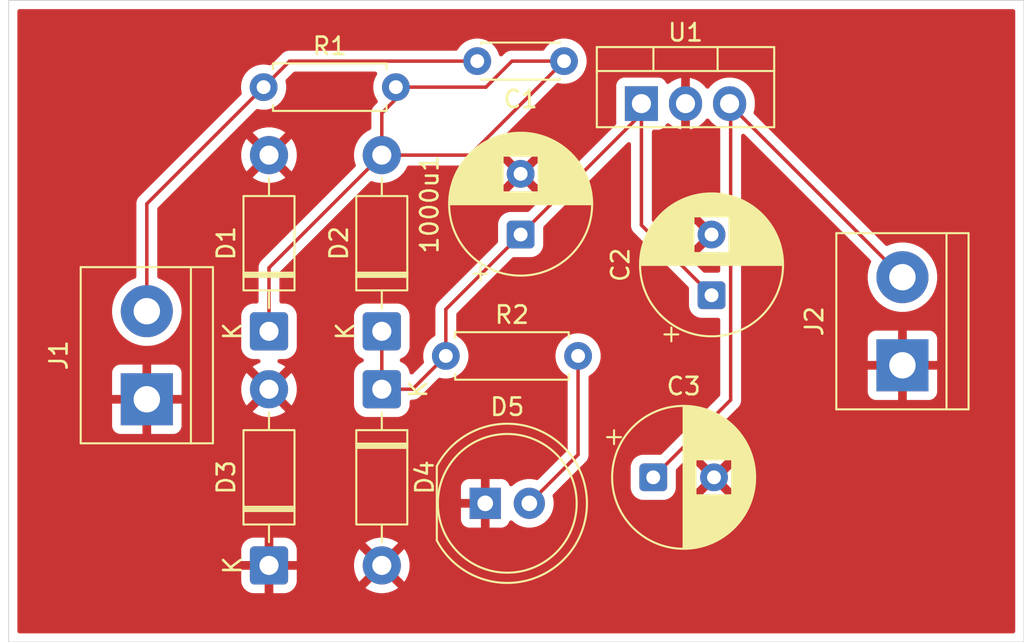
<source format=kicad_pcb>
(kicad_pcb (version 20241229) (generator "pcbnew") (generator_version "9.0")
  (layers (0 "F.Cu" signal) (2 "B.Cu" signal) (13 "F.Paste" user) (15 "B.Paste" user) (5 "F.SilkS" user "F.Silkscreen") (7 "B.SilkS" user "B.Silkscreen") (1 "F.Mask" user) (3 "B.Mask" user) (25 "Edge.Cuts" user))
  (net 0 "")
  (net 1 "input-RegulatorDC")
  (net 2 "GND")
  (net 3 "input-AC")
  (net 4 "AC")
  (net 5 "output-RegulatorDC")
  (net 6 "Net-(D5-A)")
  (footprint "Resistor_THT:R_Axial_DIN0207_L6.3mm_D2.5mm_P7.62mm_Horizontal" (layer "F.Cu") (at 111.69 85.5)
    (property "Reference" "R2" (at 3.81 -2.37 0) (layer "F.SilkS"))
    (property "Value" "2k2")
    (pad "1" thru_hole circle (at 0 0) (size 1.6 1.6) (drill 0.8) (layers "*.Cu" "*.Mask") (net 1 "input-RegulatorDC"))
    (pad "2" thru_hole circle (at 7.62 0) (size 1.6 1.6) (drill 0.8) (layers "*.Cu" "*.Mask") (net 6 "Net-(D5-A)"))
  )
  (footprint "Diode_THT:D_DO-41_SOD81_P10.16mm_Horizontal" (layer "F.Cu") (at 108 87.42 -90)
    (property "Reference" "D4" (at 5.08 -2.47 90) (layer "F.SilkS"))
    (property "Value" "1N4007")
    (fp_text user "K" (at 0 -2.1 90) (layer "F.SilkS"))
    (pad "1" thru_hole roundrect (at 0 0 270) (size 2.2 2.2) (drill 1.1) (layers "*.Cu" "*.Mask") (roundrect_rratio 0.113636) (net 1 "input-RegulatorDC"))
    (pad "2" thru_hole circle (at 10.16 0 270) (size 2.2 2.2) (drill 1.1) (layers "*.Cu" "*.Mask") (net 2 "GND"))
  )
  (footprint "TerminalBlock:TerminalBlock_bornier-2_P5.08mm" (layer "F.Cu") (at 94.46 88 90)
    (property "Reference" "J1" (at 2.54 -5.08 90) (layer "F.SilkS"))
    (property "Value" "Screw_Terminal_01x02" (hide yes))
    (pad "1" thru_hole rect (at 0 0 90) (size 3 3) (drill 1.52) (layers "*.Cu" "*.Mask") (net 2 "GND"))
    (pad "2" thru_hole circle (at 5.08 0 90) (size 3 3) (drill 1.52) (layers "*.Cu" "*.Mask") (net 4 "AC"))
  )
  (footprint "Diode_THT:D_DO-41_SOD81_P10.16mm_Horizontal" (layer "F.Cu") (at 101.5 84.08 90)
    (property "Reference" "D1" (at 5.08 -2.47 90) (layer "F.SilkS"))
    (property "Value" "1N4007")
    (fp_text user "K" (at 0 -2.1 90) (layer "F.SilkS"))
    (pad "1" thru_hole roundrect (at 0 0 90) (size 2.2 2.2) (drill 1.1) (layers "*.Cu" "*.Mask") (roundrect_rratio 0.113636) (net 3 "input-AC"))
    (pad "2" thru_hole circle (at 10.16 0 90) (size 2.2 2.2) (drill 1.1) (layers "*.Cu" "*.Mask") (net 2 "GND"))
  )
  (footprint "Package_TO_SOT_THT:TO-220-3_Vertical" (layer "F.Cu") (at 122.96 70.95)
    (property "Reference" "U1" (at 2.54 -4.1 0) (layer "F.SilkS"))
    (property "Value" "L7805")
    (pad "1" thru_hole rect (at 0 0) (size 1.905 2) (drill 1.1) (layers "*.Cu" "*.Mask") (net 1 "input-RegulatorDC"))
    (pad "2" thru_hole oval (at 2.54 0) (size 1.905 2) (drill 1.1) (layers "*.Cu" "*.Mask") (net 2 "GND"))
    (pad "3" thru_hole oval (at 5.08 0) (size 1.905 2) (drill 1.1) (layers "*.Cu" "*.Mask") (net 5 "output-RegulatorDC"))
  )
  (footprint "TerminalBlock:TerminalBlock_bornier-2_P5.08mm" (layer "F.Cu") (at 138 86.04 90)
    (property "Reference" "J2" (at 2.54 -5.08 90) (layer "F.SilkS"))
    (property "Value" "Screw_Terminal_01x02" (hide yes))
    (pad "1" thru_hole rect (at 0 0 90) (size 3 3) (drill 1.52) (layers "*.Cu" "*.Mask") (net 2 "GND"))
    (pad "2" thru_hole circle (at 5.08 0 90) (size 3 3) (drill 1.52) (layers "*.Cu" "*.Mask") (net 5 "output-RegulatorDC"))
  )
  (footprint "Capacitor_THT:C_Disc_D4.3mm_W1.9mm_P5.00mm" (layer "F.Cu") (at 118.5 68.5 180)
    (property "Reference" "C1" (at 2.5 -2.2 0) (layer "F.SilkS"))
    (property "Value" ".28")
    (pad "1" thru_hole circle (at 0 0 180) (size 1.6 1.6) (drill 0.8) (layers "*.Cu" "*.Mask") (net 3 "input-AC"))
    (pad "2" thru_hole circle (at 5 0 180) (size 1.6 1.6) (drill 0.8) (layers "*.Cu" "*.Mask") (net 4 "AC"))
  )
  (footprint "Capacitor_THT:CP_Radial_D8.0mm_P3.50mm" (layer "F.Cu") (at 116 78.5 90)
    (property "Reference" "1000u1" (at 1.75 -5.25 90) (layer "F.SilkS"))
    (property "Value" "C_Polarized_US")
    (pad "1" thru_hole roundrect (at 0 0 90) (size 1.6 1.6) (drill 0.8) (layers "*.Cu" "*.Mask") (roundrect_rratio 0.15625) (net 1 "input-RegulatorDC"))
    (pad "2" thru_hole circle (at 3.5 0 90) (size 1.6 1.6) (drill 0.8) (layers "*.Cu" "*.Mask") (net 2 "GND"))
  )
  (footprint "Diode_THT:D_DO-41_SOD81_P10.16mm_Horizontal" (layer "F.Cu") (at 101.5 97.58 90)
    (property "Reference" "D3" (at 5.08 -2.47 90) (layer "F.SilkS"))
    (property "Value" "1N4007")
    (fp_text user "K" (at 0 -2.1 90) (layer "F.SilkS"))
    (pad "1" thru_hole roundrect (at 0 0 90) (size 2.2 2.2) (drill 1.1) (layers "*.Cu" "*.Mask") (roundrect_rratio 0.113636) (net 2 "GND"))
    (pad "2" thru_hole circle (at 10.16 0 90) (size 2.2 2.2) (drill 1.1) (layers "*.Cu" "*.Mask") (net 2 "GND"))
  )
  (footprint "Capacitor_THT:CP_Radial_D8.0mm_P3.50mm" (layer "F.Cu") (at 127 82 90)
    (property "Reference" "C2" (at 1.75 -5.25 90) (layer "F.SilkS"))
    (property "Value" "100u")
    (pad "1" thru_hole roundrect (at 0 0 90) (size 1.6 1.6) (drill 0.8) (layers "*.Cu" "*.Mask") (roundrect_rratio 0.15625) (net 1 "input-RegulatorDC"))
    (pad "2" thru_hole circle (at 3.5 0 90) (size 1.6 1.6) (drill 0.8) (layers "*.Cu" "*.Mask") (net 2 "GND"))
  )
  (footprint "Resistor_THT:R_Axial_DIN0207_L6.3mm_D2.5mm_P7.62mm_Horizontal" (layer "F.Cu") (at 101.19 70)
    (property "Reference" "R1" (at 3.81 -2.37 0) (layer "F.SilkS"))
    (property "Value" "1M")
    (pad "1" thru_hole circle (at 0 0) (size 1.6 1.6) (drill 0.8) (layers "*.Cu" "*.Mask") (net 4 "AC"))
    (pad "2" thru_hole circle (at 7.62 0) (size 1.6 1.6) (drill 0.8) (layers "*.Cu" "*.Mask") (net 3 "input-AC"))
  )
  (footprint "LED_THT:LED_D8.0mm" (layer "F.Cu") (at 113.96 94)
    (property "Reference" "D5" (at 1.27 -5.56 0) (layer "F.SilkS"))
    (property "Value" "LED")
    (pad "1" thru_hole rect (at 0 0) (size 1.8 1.8) (drill 0.9) (layers "*.Cu" "*.Mask") (net 2 "GND"))
    (pad "2" thru_hole circle (at 2.54 0) (size 1.8 1.8) (drill 0.9) (layers "*.Cu" "*.Mask") (net 6 "Net-(D5-A)"))
  )
  (footprint "Capacitor_THT:CP_Radial_D8.0mm_P3.50mm" (layer "F.Cu") (at 123.641067 92.5)
    (property "Reference" "C3" (at 1.75 -5.25 0) (layer "F.SilkS"))
    (property "Value" "1000u")
    (pad "1" thru_hole roundrect (at 0 0) (size 1.6 1.6) (drill 0.8) (layers "*.Cu" "*.Mask") (roundrect_rratio 0.15625) (net 5 "output-RegulatorDC"))
    (pad "2" thru_hole circle (at 3.5 0) (size 1.6 1.6) (drill 0.8) (layers "*.Cu" "*.Mask") (net 2 "GND"))
  )
  (footprint "Diode_THT:D_DO-41_SOD81_P10.16mm_Horizontal" (layer "F.Cu") (at 108 84.08 90)
    (property "Reference" "D2" (at 5.08 -2.47 90) (layer "F.SilkS"))
    (property "Value" "1N4007")
    (fp_text user "K" (at 0 -2.1 90) (layer "F.SilkS"))
    (pad "1" thru_hole roundrect (at 0 0 90) (size 2.2 2.2) (drill 1.1) (layers "*.Cu" "*.Mask") (roundrect_rratio 0.113636) (net 1 "input-RegulatorDC"))
    (pad "2" thru_hole circle (at 10.16 0 90) (size 2.2 2.2) (drill 1.1) (layers "*.Cu" "*.Mask") (net 3 "input-AC"))
  )
  (gr_rect (start 86.5 65) (end 145 102) (stroke (width 0.05)) (fill no) (layer "Edge.Cuts"))
  (segment (start 108 87.42) (end 109.77 87.42) (width 0.2) (layer "F.Cu") (net 1))
  (segment (start 109.77 87.42) (end 111.69 85.5) (width 0.2) (layer "F.Cu") (net 1))
  (segment (start 111.69 85.5) (end 111.69 82.81) (width 0.2) (layer "F.Cu") (net 1))
  (segment (start 111.69 82.81) (end 116 78.5) (width 0.2) (layer "F.Cu") (net 1))
  (segment (start 122.96 70.95) (end 122.96 77.96) (width 0.2) (layer "F.Cu") (net 1))
  (segment (start 122.96 71.54) (end 122.96 70.95) (width 0.2) (layer "F.Cu") (net 1))
  (segment (start 108 84.08) (end 108 87.42) (width 0.2) (layer "F.Cu") (net 1))
  (segment (start 122.96 77.96) (end 127 82) (width 0.2) (layer "F.Cu") (net 1))
  (segment (start 116 78.5) (end 122.96 71.54) (width 0.2) (layer "F.Cu") (net 1))
  (segment (start 133.96 86.04) (end 138 86.04) (width 0.2) (layer "F.Cu") (net 2))
  (segment (start 127.5 92.5) (end 133.96 86.04) (width 0.2) (layer "F.Cu") (net 2))
  (segment (start 127.141067 92.5) (end 127.5 92.5) (width 0.2) (layer "F.Cu") (net 2))
  (segment (start 101.5 80.42) (end 101.5 84.08) (width 0.2) (layer "F.Cu") (net 3))
  (segment (start 108.81 70) (end 114 70) (width 0.2) (layer "F.Cu") (net 3))
  (segment (start 108 71.5) (end 108 73.92) (width 0.2) (layer "F.Cu") (net 3))
  (segment (start 113.08 73.92) (end 118.5 68.5) (width 0.2) (layer "F.Cu") (net 3))
  (segment (start 108 73.92) (end 101.5 80.42) (width 0.2) (layer "F.Cu") (net 3))
  (segment (start 115.5 68.5) (end 118.5 68.5) (width 0.2) (layer "F.Cu") (net 3))
  (segment (start 114 70) (end 115.5 68.5) (width 0.2) (layer "F.Cu") (net 3))
  (segment (start 108 73.92) (end 113.08 73.92) (width 0.2) (layer "F.Cu") (net 3))
  (segment (start 108.81 70) (end 108.81 70.69) (width 0.2) (layer "F.Cu") (net 3))
  (segment (start 108.81 70.69) (end 108 71.5) (width 0.2) (layer "F.Cu") (net 3))
  (segment (start 94.46 82.92) (end 94.46 76.73) (width 0.2) (layer "F.Cu") (net 4))
  (segment (start 102.69 68.5) (end 113.5 68.5) (width 0.2) (layer "F.Cu") (net 4))
  (segment (start 101.19 70) (end 102.69 68.5) (width 0.2) (layer "F.Cu") (net 4))
  (segment (start 94.46 76.73) (end 101.19 70) (width 0.2) (layer "F.Cu") (net 4))
  (segment (start 128.101 88.040067) (end 128.101 71.011) (width 0.2) (layer "F.Cu") (net 5))
  (segment (start 128.101 71.011) (end 128.04 70.95) (width 0.2) (layer "F.Cu") (net 5))
  (segment (start 128.04 71) (end 138 80.96) (width 0.2) (layer "F.Cu") (net 5))
  (segment (start 123.641067 92.5) (end 128.101 88.040067) (width 0.2) (layer "F.Cu") (net 5))
  (segment (start 128.04 70.95) (end 128.04 71) (width 0.2) (layer "F.Cu") (net 5))
  (segment (start 119.31 85.5) (end 119.31 91.19) (width 0.2) (layer "F.Cu") (net 6))
  (segment (start 119.31 91.19) (end 116.5 94) (width 0.2) (layer "F.Cu") (net 6))
  (zone (net 2) (net_name "GND") (layer "F.Cu") (connect_pads (clearance 0.5)) (min_thickness 0.25) (fill yes (thermal_gap 0.5) (thermal_bridge_width 0.5))
    (polygon (pts (xy 86.5 65) (xy 86 65) (xy 145 65) (xy 145 102) (xy 86.5 102)))
  )
)
</source>
